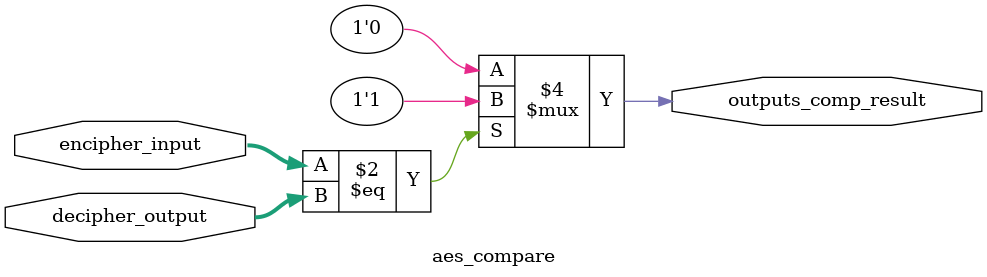
<source format=v>
`timescale 1ns/10ps

module aes_compare(encipher_input, decipher_output, outputs_comp_result);

  input [127:0] encipher_input, decipher_output;
  output outputs_comp_result;

  reg outputs_comp_result;
  wire [127:0] encipher_input, decipher_output;

  // Combinational logic that compares the input of encipher and the output decipher. 
  // If the input of encipher is equal to the output of decipher, 
  // outputs_comp_result becomes equal to 1 otherwise it becomes equal to 0.  
  always @(encipher_input or decipher_output)
    begin
      if (encipher_input == decipher_output)
        begin
          outputs_comp_result = 1'b1;
        end
      else 
        begin
          outputs_comp_result = 1'b0;
        end
    end

endmodule
</source>
